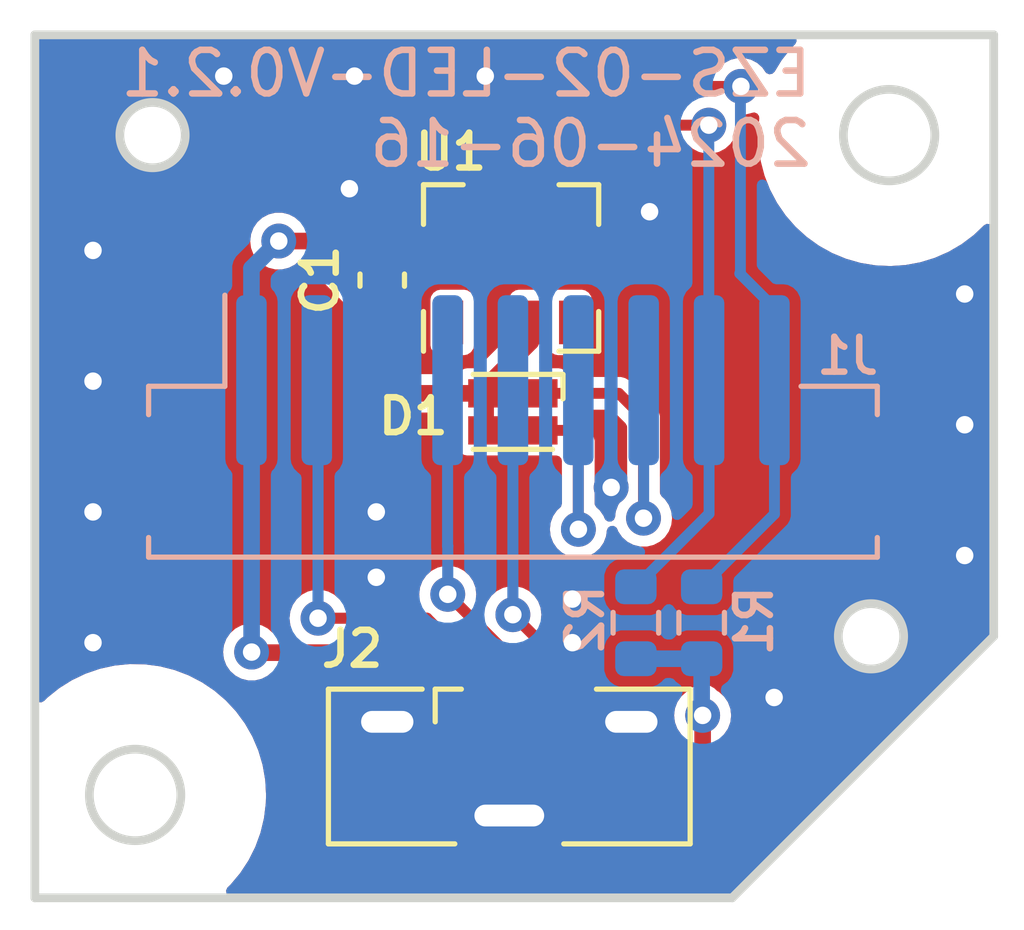
<source format=kicad_pcb>
(kicad_pcb (version 20240108) (generator "pcbnew") (generator_version "8.0")
  (title_block (title "EZS-02-LED") (date "2024-06-16") (rev "V0.2.1") (company "Ovobot") (comment 1 "EZS-02-LED,22x19.8x1.6mm ,FR4,2层,绿油白字,无铅喷锡"))
  (layers (0 "F.Cu" signal) (31 "B.Cu" signal) (34 "B.Paste" user) (35 "F.Paste" user) (36 "B.SilkS" user "B.Silkscreen") (37 "F.SilkS" user "F.Silkscreen") (38 "B.Mask" user) (39 "F.Mask" user) (44 "Edge.Cuts" user))
  (net 0 "")
  (net 1 "+3V3")
  (net 2 "/RED")
  (net 3 "/BLUE")
  (net 4 "/UART2_RX")
  (net 5 "/SWCLK")
  (net 6 "GND")
  (net 7 "/SWDIO")
  (net 8 "/SDA1")
  (net 9 "/SCL1")
  (footprint "Ovo_Package_LGA:HOPERF_LGA-8_3.8x3.6mm_P0.9mm" (layer "F.Cu") (at 192.5928 95.4024 90)
    (property "Reference" "U1" (at 2.667 -1.3816 0) (layer "F.SilkS") (effects (font (size 0.8 0.8))))
    (property "Value" "HP203B")
    (fp_line (start 1.91 -2.01) (end 1.91 -1.1) (stroke (width 0.12)) (layer "F.SilkS"))
    (fp_line (start 1 -2.01) (end 1.91 -2.01) (stroke (width 0.12)) (layer "F.SilkS"))
    (fp_line (start -1.91 -2.01) (end -1 -2.01) (stroke (width 0.12)) (layer "F.SilkS"))
    (fp_line (start 1.91 1.1) (end 1.91 2.01) (stroke (width 0.12)) (layer "F.SilkS"))
    (fp_line (start 1.91 2.01) (end 1 2.01) (stroke (width 0.12)) (layer "F.SilkS"))
    (fp_line (start -1 2.01) (end -1.91 2.01) (stroke (width 0.12)) (layer "F.SilkS"))
    (fp_line (start -1.91 2.01) (end -1.91 1.1) (stroke (width 0.12)) (layer "F.SilkS"))
    (pad "1" smd rect (at -1.25 -1.35 90) (size 1 0.5) (layers "F.Cu" "F.Paste" "F.Mask"))
    (pad "2" smd rect (at -1.25 -0.45 90) (size 1 0.5) (layers "F.Cu" "F.Paste" "F.Mask") (net 6 "GND"))
    (pad "3" smd rect (at -1.25 0.45 90) (size 1 0.5) (layers "F.Cu" "F.Paste" "F.Mask") (net 1 "+3V3"))
    (pad "4" smd rect (at -1.25 1.35 90) (size 1 0.5) (layers "F.Cu" "F.Paste" "F.Mask"))
    (pad "5" smd rect (at 1.25 1.35 90) (size 1 0.5) (layers "F.Cu" "F.Paste" "F.Mask") (net 9 "/SCL1"))
    (pad "6" smd rect (at 1.25 0.45 90) (size 1 0.5) (layers "F.Cu" "F.Paste" "F.Mask") (net 8 "/SDA1"))
    (pad "7" smd rect (at 1.25 -0.45 90) (size 1 0.5) (layers "F.Cu" "F.Paste" "F.Mask"))
    (pad "8" smd rect (at 1.25 -1.35 90) (size 1 0.5) (layers "F.Cu" "F.Paste" "F.Mask") (net 6 "GND"))
  )
  (footprint "Capacitor_SMD:C_0603_1608Metric" (layer "F.Cu") (at 189.6364 95.6818 90)
    (property "Reference" "C1" (at 0 -1.43 90) (layer "F.SilkS") (effects (font (size 0.8 0.8))))
    (property "Value" "4.7uF/16V")
    (fp_line (start -0.14058 -0.51) (end 0.14058 -0.51) (stroke (width 0.12)) (layer "F.SilkS"))
    (fp_line (start -0.14058 0.51) (end 0.14058 0.51) (stroke (width 0.12)) (layer "F.SilkS"))
    (pad "1" smd roundrect (at -0.775 0 90) (size 0.9 0.95) (layers "F.Cu" "F.Paste" "F.Mask") (net 1 "+3V3"))
    (pad "2" smd roundrect (at 0.775 0 90) (size 0.9 0.95) (layers "F.Cu" "F.Paste" "F.Mask") (net 6 "GND"))
  )
  (footprint "Ovo_LED_SMD:LED_Dual_1.6x1.5mm" (layer "F.Cu") (at 192.6336 98.7044)
    (property "Reference" "D1" (at -2.286 0.1016 0) (layer "F.SilkS") (effects (font (size 0.8 0.8))))
    (property "Value" "LED_Dual_Red_Blue_AKAK")
    (fp_line (start -0.91 -0.86) (end 1.15 -0.86) (stroke (width 0.12)) (layer "F.SilkS"))
    (fp_line (start -0.91 0.86) (end 0.91 0.86) (stroke (width 0.12)) (layer "F.SilkS"))
    (fp_line (start 1.15 -0.86) (end 1.15 -0.3) (stroke (width 0.12)) (layer "F.SilkS"))
    (pad "1" smd rect (at -0.625 0.425) (size 0.8 0.65) (layers "F.Cu" "F.Paste" "F.Mask") (net 1 "+3V3"))
    (pad "2" smd rect (at 0.625 0.425) (size 0.8 0.65) (layers "F.Cu" "F.Paste" "F.Mask") (net 2 "/RED"))
    (pad "3" smd rect (at -0.625 -0.425) (size 0.8 0.65) (layers "F.Cu" "F.Paste" "F.Mask") (net 1 "+3V3"))
    (pad "4" smd rect (at 0.625 -0.425) (size 0.8 0.65) (layers "F.Cu" "F.Paste" "F.Mask") (net 3 "/BLUE"))
  )
  (footprint "Connector_USB:USB_Micro-B_Molex-105133-0001" (layer "F.Cu") (at 192.5514 106.8914)
    (property "Reference" "J2" (at -3.6064 -2.7494 0) (layer "F.SilkS") (effects (font (size 0.8 0.8))))
    (property "Value" "1051330001")
    (fp_line (start -4.15 -1.825) (end -4.15 1.725) (stroke (width 0.12)) (layer "F.SilkS"))
    (fp_line (start -4.15 1.725) (end -1.25 1.725) (stroke (width 0.12)) (layer "F.SilkS"))
    (fp_line (start -2 -1.825) (end -4.15 -1.825) (stroke (width 0.12)) (layer "F.SilkS"))
    (fp_line (start -1.7 -1.825) (end -1.1 -1.825) (stroke (width 0.12)) (layer "F.SilkS"))
    (fp_line (start -1.7 -1.075) (end -1.7 -1.825) (stroke (width 0.12)) (layer "F.SilkS"))
    (fp_line (start 2 -1.825) (end 4.15 -1.825) (stroke (width 0.12)) (layer "F.SilkS"))
    (fp_line (start 4.15 -1.825) (end 4.15 1.725) (stroke (width 0.12)) (layer "F.SilkS"))
    (fp_line (start 4.15 1.725) (end 1.25 1.725) (stroke (width 0.12)) (layer "F.SilkS"))
    (pad "1" smd rect (at -1.3 -0.825) (size 0.45 1.5) (layers "F.Cu" "F.Paste" "F.Mask") (net 1 "+3V3"))
    (pad "2" smd rect (at -0.65 -0.825) (size 0.45 1.5) (layers "F.Cu" "F.Paste" "F.Mask") (net 7 "/SWDIO"))
    (pad "3" smd rect (at 0 -0.825) (size 0.45 1.5) (layers "F.Cu" "F.Paste" "F.Mask") (net 5 "/SWCLK"))
    (pad "4" smd rect (at 0.65 -0.825) (size 0.45 1.5) (layers "F.Cu" "F.Paste" "F.Mask") (net 4 "/UART2_RX"))
    (pad "5" smd rect (at 1.3 -0.825) (size 0.45 1.5) (layers "F.Cu" "F.Paste" "F.Mask") (net 6 "GND"))
    (pad "6" thru_hole oval (at -2.8 -1.075) (size 1.8 1.1) (drill oval 1.2 0.5) (layers "*.Cu" "*.Mask") (net 6 "GND"))
    (pad "6" thru_hole oval (at 0 1.075) (size 2.2 1.1) (drill oval 1.6 0.5) (layers "*.Cu" "*.Mask") (net 6 "GND"))
    (pad "6" thru_hole oval (at 2.8 -1.075) (size 1.8 1.1) (drill oval 1.2 0.5) (layers "*.Cu" "*.Mask") (net 6 "GND"))
  )
  (footprint "Ovo_Connector_JST:JST_ZH_B9B-ZR-SM4-TF_1x09-1MP_P1.50mm_Vertical" (layer "B.Cu") (at 192.6354 98.6776)
    (property "Reference" "J1" (at 7.6786 -1.2586 0) (layer "B.SilkS") (effects (font (size 0.8 0.8)) (justify mirror)))
    (property "Value" "ZH1.5MM/9ASMT")
    (fp_line (start -8.36 -0.56) (end -6.61 -0.56) (stroke (width 0.12)) (layer "B.SilkS"))
    (fp_line (start -8.36 0.09) (end -8.36 -0.56) (stroke (width 0.12)) (layer "B.SilkS"))
    (fp_line (start -8.36 2.91) (end -8.36 3.36) (stroke (width 0.12)) (layer "B.SilkS"))
    (fp_line (start -8.36 3.36) (end 8.36 3.36) (stroke (width 0.12)) (layer "B.SilkS"))
    (fp_line (start -6.61 -0.56) (end -6.61 -2.65) (stroke (width 0.12)) (layer "B.SilkS"))
    (fp_line (start 8.36 -0.56) (end 6.61 -0.56) (stroke (width 0.12)) (layer "B.SilkS"))
    (fp_line (start 8.36 0.09) (end 8.36 -0.56) (stroke (width 0.12)) (layer "B.SilkS"))
    (fp_line (start 8.36 3.36) (end 8.36 2.91) (stroke (width 0.12)) (layer "B.SilkS"))
    (pad "1" smd roundrect (at -6 -0.7) (size 0.7 3.9) (layers "B.Cu" "B.Paste" "B.Mask") (net 1 "+3V3"))
    (pad "2" smd roundrect (at -4.5 -0.7) (size 0.7 3.9) (layers "B.Cu" "B.Paste" "B.Mask") (net 7 "/SWDIO"))
    (pad "3" smd roundrect (at -3 -0.7) (size 0.7 3.9) (layers "B.Cu" "B.Paste" "B.Mask") (net 6 "GND"))
    (pad "4" smd roundrect (at -1.5 -0.7) (size 0.7 3.9) (layers "B.Cu" "B.Paste" "B.Mask") (net 5 "/SWCLK"))
    (pad "5" smd roundrect (at 0 -0.7) (size 0.7 3.9) (layers "B.Cu" "B.Paste" "B.Mask") (net 4 "/UART2_RX"))
    (pad "6" smd roundrect (at 1.5 -0.7) (size 0.7 3.9) (layers "B.Cu" "B.Paste" "B.Mask") (net 2 "/RED"))
    (pad "7" smd roundrect (at 3 -0.7) (size 0.7 3.9) (layers "B.Cu" "B.Paste" "B.Mask") (net 3 "/BLUE"))
    (pad "8" smd roundrect (at 4.5 -0.7) (size 0.7 3.9) (layers "B.Cu" "B.Paste" "B.Mask") (net 9 "/SCL1"))
    (pad "9" smd roundrect (at 6 -0.7) (size 0.7 3.9) (layers "B.Cu" "B.Paste" "B.Mask") (net 8 "/SDA1"))
    (pad "MP" smd roundrect (at -8.05 1.5) (size 1.5 2.3) (layers "B.Cu" "B.Paste" "B.Mask") (roundrect_rratio 0.166667) (net 6 "GND"))
    (pad "MP" smd roundrect (at 8.05 1.5) (size 1.5 2.3) (layers "B.Cu" "B.Paste" "B.Mask") (roundrect_rratio 0.166667) (net 6 "GND"))
  )
  (footprint "Resistor_SMD:R_0603_1608Metric" (layer "B.Cu") (at 195.456 103.543 90)
    (property "Reference" "R2" (at 0.067 -1.163 90) (layer "B.SilkS") (effects (font (size 0.8 0.8)) (justify mirror)))
    (property "Value" "10K/1%")
    (fp_line (start -0.237258 -0.5225) (end 0.237258 -0.5225) (stroke (width 0.12)) (layer "B.SilkS"))
    (fp_line (start -0.237258 0.5225) (end 0.237258 0.5225) (stroke (width 0.12)) (layer "B.SilkS"))
    (pad "1" smd roundrect (at -0.825 0 90) (size 0.8 0.95) (layers "B.Cu" "B.Paste" "B.Mask") (net 1 "+3V3"))
    (pad "2" smd roundrect (at 0.825 0 90) (size 0.8 0.95) (layers "B.Cu" "B.Paste" "B.Mask") (net 9 "/SCL1"))
  )
  (footprint "Resistor_SMD:R_0603_1608Metric" (layer "B.Cu") (at 196.9652 103.543 90)
    (property "Reference" "R1" (at 0.045 1.2038 90) (layer "B.SilkS") (effects (font (size 0.8 0.8)) (justify mirror)))
    (property "Value" "10K/1%")
    (fp_line (start -0.237258 -0.5225) (end 0.237258 -0.5225) (stroke (width 0.12)) (layer "B.SilkS"))
    (fp_line (start -0.237258 0.5225) (end 0.237258 0.5225) (stroke (width 0.12)) (layer "B.SilkS"))
    (pad "1" smd roundrect (at -0.825 0 90) (size 0.8 0.95) (layers "B.Cu" "B.Paste" "B.Mask") (net 1 "+3V3"))
    (pad "2" smd roundrect (at 0.825 0 90) (size 0.8 0.95) (layers "B.Cu" "B.Paste" "B.Mask") (net 8 "/SDA1"))
  )
  (gr_circle (center 183.965988 107.493078) (end 185.015988 107.493078) (stroke (width 0.2)) (fill none) (layer "Edge.Cuts"))
  (gr_line (start 197.665988 109.854292) (end 181.665988 109.854292) (stroke (width 0.2)) (layer "Edge.Cuts"))
  (gr_line (start 197.665988 109.854292) (end 203.665988 103.854292) (stroke (width 0.2)) (layer "Edge.Cuts"))
  (gr_circle (center 201.265988 92.354292) (end 202.315988 92.354292) (stroke (width 0.2)) (fill none) (layer "Edge.Cuts"))
  (gr_line (start 203.665988 90.054292) (end 203.665988 103.854292) (stroke (width 0.2)) (layer "Edge.Cuts"))
  (gr_circle (center 184.365988 92.354292) (end 185.115988 92.354292) (stroke (width 0.2)) (fill none) (layer "Edge.Cuts"))
  (gr_line (start 181.665988 90.054292) (end 203.665988 90.054292) (stroke (width 0.2)) (layer "Edge.Cuts"))
  (gr_line (start 181.665988 109.854292) (end 181.665988 90.054292) (stroke (width 0.2)) (layer "Edge.Cuts"))
  (gr_circle (center 200.850262 103.854292) (end 201.600262 103.854292) (stroke (width 0.2)) (fill none) (layer "Edge.Cuts"))
  (gr_text "EZS-02-LED-${REVISION}\n${ISSUE_DATE}\n" (at 199.563 91.748 0) (layer "B.SilkS") (effects (font (size 1 1)) (justify left mirror)))
  (segment (start 191.2514 107.1836) (end 191.2514 106.0664) (width 0.381) (layer "F.Cu") (net 1))
  (segment (start 186.6519 104.2289) (end 186.6392 104.2162) (width 0.381) (layer "F.Cu") (net 1))
  (segment (start 190.3857 104.2289) (end 186.6519 104.2289) (width 0.381) (layer "F.Cu") (net 1))
  (segment (start 192.0086 98.2794) (end 192.0086 98.1329) (width 0.381) (layer "F.Cu") (net 1))
  (segment (start 196.9876 105.4014) (end 196.9876 105.669) (width 0.381) (layer "F.Cu") (net 1))
  (segment (start 189.6364 96.4568) (end 189.6364 97.7004) (width 0.381) (layer "F.Cu") (net 1))
  (segment (start 190.8048 108.5342) (end 190.8048 107.6302) (width 0.381) (layer "F.Cu") (net 1))
  (segment (start 190.2154 98.2794) (end 192.0086 98.2794) (width 0.381) (layer "F.Cu") (net 1))
  (segment (start 196.9876 108.3458) (end 196.088 109.2454) (width 0.381) (layer "F.Cu") (net 1))
  (segment (start 190.3857 104.2289) (end 191.2514 105.0946) (width 0.381) (layer "F.Cu") (net 1))
  (segment (start 192.0086 98.2794) (end 192.0086 99.1294) (width 0.381) (layer "F.Cu") (net 1))
  (segment (start 191.516 109.2454) (end 190.8048 108.5342) (width 0.381) (layer "F.Cu") (net 1))
  (segment (start 189.6364 97.7004) (end 190.2154 98.2794) (width 0.381) (layer "F.Cu") (net 1))
  (segment (start 187.9646 94.785) (end 189.6364 96.4568) (width 0.381) (layer "F.Cu") (net 1))
  (segment (start 192.0086 98.1329) (end 193.0428 97.0987) (width 0.381) (layer "F.Cu") (net 1))
  (segment (start 187.262 94.785) (end 187.9646 94.785) (width 0.381) (layer "F.Cu") (net 1))
  (segment (start 190.8048 107.6302) (end 191.2514 107.1836) (width 0.381) (layer "F.Cu") (net 1))
  (segment (start 196.9876 105.669) (end 196.9876 108.3458) (width 0.381) (layer "F.Cu") (net 1))
  (segment (start 193.0428 97.0987) (end 193.0428 96.6524) (width 0.381) (layer "F.Cu") (net 1))
  (segment (start 191.2514 105.0946) (end 191.2514 106.0664) (width 0.381) (layer "F.Cu") (net 1))
  (segment (start 196.088 109.2454) (end 191.516 109.2454) (width 0.381) (layer "F.Cu") (net 1))
  (via (at 187.262 94.785) (size 0.8) (drill 0.4) (layers "F.Cu" "B.Cu") (net 1))
  (via (at 196.9876 105.669) (size 0.8) (drill 0.4) (layers "F.Cu" "B.Cu") (net 1))
  (via (at 186.6392 104.2162) (size 0.8) (drill 0.4) (layers "F.Cu" "B.Cu") (net 1))
  (segment (start 186.6354 95.4116) (end 186.6354 97.9776) (width 0.381) (layer "B.Cu") (net 1))
  (segment (start 196.9652 105.6466) (end 196.9876 105.669) (width 0.25) (layer "B.Cu") (net 1))
  (segment (start 186.6392 104.2162) (end 186.6392 97.9814) (width 0.381) (layer "B.Cu") (net 1))
  (segment (start 196.9652 104.368) (end 196.9652 105.6466) (width 0.381) (layer "B.Cu") (net 1))
  (segment (start 187.262 94.785) (end 186.6354 95.4116) (width 0.381) (layer "B.Cu") (net 1))
  (segment (start 195.456 104.368) (end 196.9652 104.368) (width 0.381) (layer "B.Cu") (net 1))
  (segment (start 186.6392 97.9814) (end 186.6354 97.9776) (width 0.381) (layer "B.Cu") (net 1))
  (segment (start 194.134 99.416) (end 193.8474 99.1294) (width 0.25) (layer "F.Cu") (net 2))
  (segment (start 194.134 101.396) (end 194.134 99.416) (width 0.25) (layer "F.Cu") (net 2))
  (segment (start 193.8474 99.1294) (end 193.2586 99.1294) (width 0.25) (layer "F.Cu") (net 2))
  (via (at 194.137 101.399) (size 0.8) (drill 0.4) (layers "F.Cu" "B.Cu") (net 2))
  (segment (start 194.1354 101.3974) (end 194.1354 97.9776) (width 0.25) (layer "B.Cu") (net 2))
  (segment (start 195.631 98.848) (end 195.0624 98.2794) (width 0.25) (layer "F.Cu") (net 3))
  (segment (start 195.0624 98.2794) (end 193.2586 98.2794) (width 0.25) (layer "F.Cu") (net 3))
  (segment (start 195.631 101.144) (end 195.631 98.848) (width 0.25) (layer "F.Cu") (net 3))
  (via (at 195.631 101.144) (size 0.8) (drill 0.4) (layers "F.Cu" "B.Cu") (net 3))
  (segment (start 195.6354 101.1396) (end 195.6354 97.9776) (width 0.25) (layer "B.Cu") (net 3))
  (segment (start 193.2014 103.925445) (end 193.2014 106.0664) (width 0.254) (layer "F.Cu") (net 4))
  (segment (start 192.6336 103.357645) (end 193.2014 103.925445) (width 0.254) (layer "F.Cu") (net 4))
  (via (at 192.6336 103.357645) (size 0.8) (drill 0.4) (layers "F.Cu" "B.Cu") (net 4))
  (segment (start 192.6336 103.357645) (end 192.6336 97.9794) (width 0.254) (layer "B.Cu") (net 4))
  (segment (start 192.6336 97.9794) (end 192.6354 97.9776) (width 0.254) (layer "B.Cu") (net 4))
  (segment (start 191.139152 102.890624) (end 192.5514 104.302872) (width 0.254) (layer "F.Cu") (net 5))
  (segment (start 192.5514 104.302872) (end 192.5514 106.0664) (width 0.254) (layer "F.Cu") (net 5))
  (via (at 191.139152 102.890624) (size 0.8) (drill 0.4) (layers "F.Cu" "B.Cu") (net 5))
  (segment (start 191.139152 101.781952) (end 191.1354 101.7782) (width 0.254) (layer "B.Cu") (net 5))
  (segment (start 191.1354 101.7782) (end 191.1354 97.9776) (width 0.254) (layer "B.Cu") (net 5))
  (segment (start 191.139152 102.890624) (end 191.139152 101.781952) (width 0.254) (layer "B.Cu") (net 5))
  (via (at 203 102) (size 0.8) (drill 0.4) (layers "F.Cu" "B.Cu") (net 6))
  (via (at 188.883 93.584) (size 0.8) (drill 0.4) (layers "F.Cu" "B.Cu") (net 6))
  (via (at 186 91) (size 0.8) (drill 0.4) (layers "F.Cu" "B.Cu") (net 6))
  (via (at 189 91) (size 0.8) (drill 0.4) (layers "F.Cu" "B.Cu") (net 6))
  (via (at 203 99) (size 0.8) (drill 0.4) (layers "F.Cu" "B.Cu") (net 6))
  (via (at 195.77 94.112) (size 0.8) (drill 0.4) (layers "F.Cu" "B.Cu") (net 6))
  (via (at 189.5 102.5) (size 0.8) (drill 0.4) (layers "F.Cu" "B.Cu") (net 6))
  (via (at 192 91) (size 0.8) (drill 0.4) (layers "F.Cu" "B.Cu") (net 6))
  (via (at 203 96) (size 0.8) (drill 0.4) (layers "F.Cu" "B.Cu") (net 6))
  (via (at 183 98) (size 0.8) (drill 0.4) (layers "F.Cu" "B.Cu") (net 6))
  (via (at 183 104) (size 0.8) (drill 0.4) (layers "F.Cu" "B.Cu") (net 6))
  (via (at 198.628 105.2576) (size 0.8) (drill 0.4) (layers "F.Cu" "B.Cu") (net 6))
  (via (at 189.5 101) (size 0.8) (drill 0.4) (layers "F.Cu" "B.Cu") (net 6))
  (via (at 183 101) (size 0.8) (drill 0.4) (layers "F.Cu" "B.Cu") (net 6))
  (via (at 194 104) (size 0.8) (drill 0.4) (layers "F.Cu" "B.Cu") (net 6))
  (via (at 183 95) (size 0.8) (drill 0.4) (layers "F.Cu" "B.Cu") (net 6))
  (via (at 194.889 100.438) (size 0.8) (drill 0.4) (layers "F.Cu" "B.Cu") (net 6))
  (via (at 194 103) (size 0.8) (drill 0.4) (layers "F.Cu" "B.Cu") (net 6))
  (segment (start 190.6625 103.4389) (end 191.9014 104.6778) (width 0.254) (layer "F.Cu") (net 7))
  (segment (start 188.1632 103.4389) (end 190.6625 103.4389) (width 0.254) (layer "F.Cu") (net 7))
  (segment (start 191.9014 104.6778) (end 191.9014 106.0664) (width 0.254) (layer "F.Cu") (net 7))
  (via (at 188.1632 103.4389) (size 0.8) (drill 0.4) (layers "F.Cu" "B.Cu") (net 7))
  (segment (start 188.1632 98.0054) (end 188.1354 97.9776) (width 0.254) (layer "B.Cu") (net 7))
  (segment (start 188.1632 103.4389) (end 188.1632 98.0054) (width 0.254) (layer "B.Cu") (net 7))
  (segment (start 197.866 91.2368) (end 195.2084 91.2368) (width 0.25) (layer "F.Cu") (net 8))
  (segment (start 195.2084 91.2368) (end 193.0428 93.4024) (width 0.25) (layer "F.Cu") (net 8))
  (segment (start 193.0428 93.4024) (end 193.0428 94.1524) (width 0.25) (layer "F.Cu") (net 8))
  (via (at 197.866 91.2368) (size 0.8) (drill 0.4) (layers "F.Cu" "B.Cu") (net 8))
  (segment (start 197.8544 91.2484) (end 197.8544 95.5156) (width 0.25) (layer "B.Cu") (net 8))
  (segment (start 197.8544 95.5156) (end 197.8406 95.5294) (width 0.25) (layer "B.Cu") (net 8))
  (segment (start 197.8406 95.5294) (end 198.6354 96.3242) (width 0.25) (layer "B.Cu") (net 8))
  (segment (start 198.6354 97.9776) (end 198.6354 101.0478) (width 0.25) (layer "B.Cu") (net 8))
  (segment (start 198.6354 101.0478) (end 196.9652 102.718) (width 0.25) (layer "B.Cu") (net 8))
  (segment (start 198.6354 96.3242) (end 198.6354 97.9776) (width 0.25) (layer "B.Cu") (net 8))
  (segment (start 197.866 91.2368) (end 197.8544 91.2484) (width 0.25) (layer "B.Cu") (net 8))
  (segment (start 195.072 92.1258) (end 193.9428 93.255) (width 0.25) (layer "F.Cu") (net 9))
  (segment (start 197.1294 92.1258) (end 195.072 92.1258) (width 0.25) (layer "F.Cu") (net 9))
  (segment (start 193.9428 93.255) (end 193.9428 94.1524) (width 0.25) (layer "F.Cu") (net 9))
  (via (at 197.1294 92.1258) (size 0.8) (drill 0.4) (layers "F.Cu" "B.Cu") (net 9))
  (segment (start 197.1354 101.0386) (end 195.456 102.718) (width 0.25) (layer "B.Cu") (net 9))
  (segment (start 197.1354 97.9776) (end 197.1294 97.9716) (width 0.25) (layer "B.Cu") (net 9))
  (segment (start 197.1354 97.9776) (end 197.1354 101.0386) (width 0.25) (layer "B.Cu") (net 9))
  (segment (start 197.1294 97.9716) (end 197.1294 92.1258) (width 0.25) (layer "B.Cu") (net 9))
  (zone (net 0) (net_name "") (layers "F&B.Cu") (connect_pads (clearance 0)) (min_thickness 0.254)
    (keepout (tracks not_allowed) (vias not_allowed) (pads not_allowed) (copperpour not_allowed) (footprints not_allowed))
    (fill (thermal_gap 0.508) (thermal_bridge_width 0.508))
    (polygon (pts (xy 204.271072 92.354292) (xy 204.251157 92.008896) (xy 204.191674 91.668078) (xy 204.093414 91.336356) (xy 203.957677 91.018126) (xy 203.786264 90.717606) (xy 203.581445 90.438779) (xy 203.345936 90.185342) (xy 203.082859 89.960653) (xy 202.7957 89.76769) (xy 202.488266 89.609011) (xy 202.164631 89.48672) (xy 201.829085 89.402436) (xy 201.486075 89.357278) (xy 201.140148 89.351844) (xy 200.795889 89.386206) (xy 200.457861 89.459908) (xy 200.130545 89.571973) (xy 199.818278 89.720917) (xy 199.525199 89.904765) (xy 199.255194 90.121079) (xy 199.011841 90.366994) (xy 198.798366 90.63925) (xy 198.617597 90.934237) (xy 198.471932 91.248047) (xy 198.3633 91.576519) (xy 198.293142 91.9153) (xy 198.262387 92.2599) (xy 198.271443 92.605751) (xy 198.320191 92.948269) (xy 198.407983 93.282914) (xy 198.533657 93.605251) (xy 198.695547 93.911007) (xy 198.891506 94.196129) (xy 199.118938 94.456839) (xy 199.374827 94.689681) (xy 199.655783 94.891568) (xy 199.958082 95.059826) (xy 200.277716 95.192222) (xy 200.610449 95.287004) (xy 200.951871 95.342914) (xy 201.297457 95.359211) (xy 201.642625 95.33568) (xy 201.982801 95.272632) (xy 202.313476 95.170903) (xy 202.630268 95.031841) (xy 202.928976 94.85729) (xy 203.205643 94.649563) (xy 203.4566 94.411414) (xy 203.678522 94.145998) (xy 203.868467 93.856834) (xy 204.023918 93.547755) (xy 204.142814 93.222857) (xy 204.223578 92.886447) (xy 204.265142 92.542983)))
  )
  (zone (net 0) (net_name "") (layers "F&B.Cu") (connect_pads (clearance 0)) (min_thickness 0.254)
    (keepout (tracks not_allowed) (vias not_allowed) (pads not_allowed) (copperpour not_allowed) (footprints not_allowed))
    (fill (thermal_gap 0.508) (thermal_bridge_width 0.508))
    (polygon (pts (xy 186.971072 107.493078) (xy 186.951157 107.147682) (xy 186.891674 106.806864) (xy 186.793414 106.475142) (xy 186.657677 106.156912) (xy 186.486264 105.856392) (xy 186.281445 105.577565) (xy 186.045936 105.324128) (xy 185.782859 105.099439) (xy 185.4957 104.906476) (xy 185.188266 104.747797) (xy 184.864631 104.625506) (xy 184.529085 104.541222) (xy 184.186075 104.496064) (xy 183.840148 104.49063) (xy 183.495889 104.524992) (xy 183.157861 104.598694) (xy 182.830545 104.710759) (xy 182.518278 104.859703) (xy 182.225199 105.043551) (xy 181.955194 105.259865) (xy 181.711841 105.50578) (xy 181.498366 105.778036) (xy 181.317597 106.073023) (xy 181.171932 106.386833) (xy 181.0633 106.715305) (xy 180.993142 107.054086) (xy 180.962387 107.398686) (xy 180.971443 107.744537) (xy 181.020191 108.087055) (xy 181.107983 108.4217) (xy 181.233657 108.744037) (xy 181.395547 109.049793) (xy 181.591506 109.334915) (xy 181.818938 109.595625) (xy 182.074827 109.828467) (xy 182.355783 110.030354) (xy 182.658082 110.198612) (xy 182.977716 110.331008) (xy 183.310449 110.42579) (xy 183.651871 110.4817) (xy 183.997457 110.497997) (xy 184.342625 110.474466) (xy 184.682801 110.411418) (xy 185.013476 110.309689) (xy 185.330268 110.170627) (xy 185.628976 109.996076) (xy 185.905643 109.788349) (xy 186.1566 109.5502) (xy 186.378522 109.284784) (xy 186.568467 108.99562) (xy 186.723918 108.686541) (xy 186.842814 108.361643) (xy 186.923578 108.025233) (xy 186.965142 107.681769)))
  )
  (zone (net 6) (net_name "GND") (layers "F&B.Cu") (connect_pads yes (clearance 0.25)) (min_thickness 0.254) (fill yes (thermal_gap 0.508) (thermal_bridge_width 0.508))
    (polygon (pts (xy 203.6572 109.8296) (xy 181.6608 109.8296) (xy 181.6608 90.043) (xy 203.6572 90.043)))
  )
)
</source>
